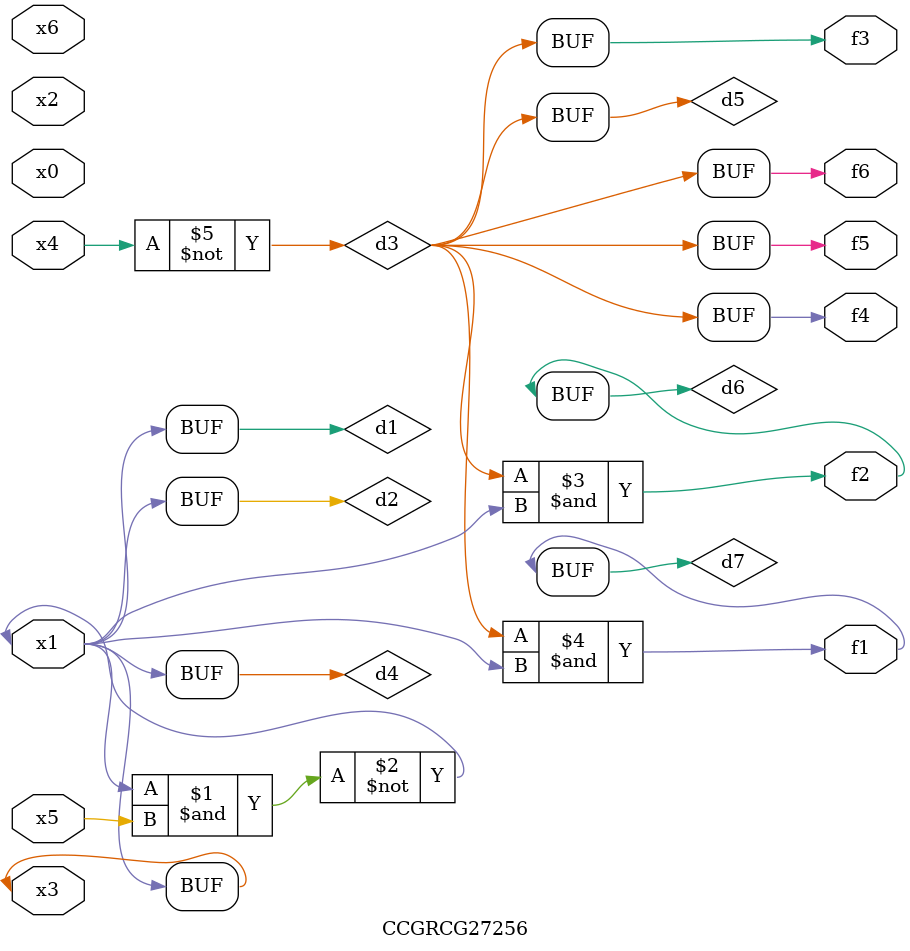
<source format=v>
module CCGRCG27256(
	input x0, x1, x2, x3, x4, x5, x6,
	output f1, f2, f3, f4, f5, f6
);

	wire d1, d2, d3, d4, d5, d6, d7;

	buf (d1, x1, x3);
	nand (d2, x1, x5);
	not (d3, x4);
	buf (d4, d1, d2);
	buf (d5, d3);
	and (d6, d3, d4);
	and (d7, d3, d4);
	assign f1 = d7;
	assign f2 = d6;
	assign f3 = d5;
	assign f4 = d5;
	assign f5 = d5;
	assign f6 = d5;
endmodule

</source>
